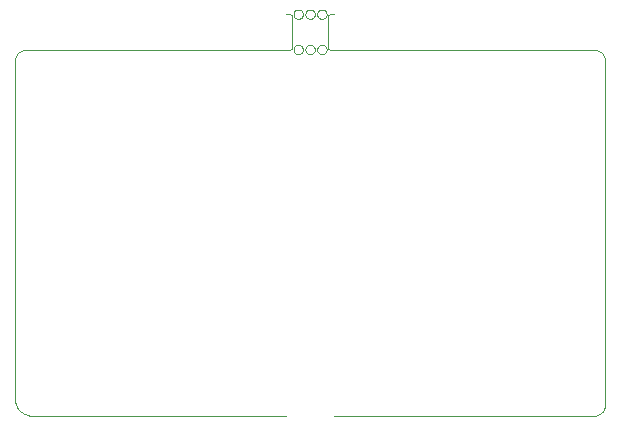
<source format=gm1>
G75*
G70*
%OFA0B0*%
%FSLAX24Y24*%
%IPPOS*%
%LPD*%
%AMOC8*
5,1,8,0,0,1.08239X$1,22.5*
%
%ADD10C,0.0000*%
D10*
X004225Y003191D02*
X004225Y014411D01*
X004227Y014450D01*
X004233Y014488D01*
X004242Y014525D01*
X004255Y014562D01*
X004272Y014597D01*
X004291Y014630D01*
X004314Y014661D01*
X004340Y014690D01*
X004369Y014716D01*
X004400Y014739D01*
X004433Y014758D01*
X004468Y014775D01*
X004505Y014788D01*
X004542Y014797D01*
X004580Y014803D01*
X004619Y014805D01*
X013280Y014805D01*
X013379Y014805D01*
X013396Y014806D01*
X013413Y014811D01*
X013428Y014818D01*
X013442Y014828D01*
X013454Y014840D01*
X013464Y014854D01*
X013471Y014869D01*
X013476Y014886D01*
X013477Y014903D01*
X013477Y015198D01*
X013477Y015887D01*
X013476Y015904D01*
X013471Y015921D01*
X013464Y015936D01*
X013454Y015950D01*
X013442Y015962D01*
X013428Y015972D01*
X013413Y015979D01*
X013396Y015984D01*
X013379Y015985D01*
X013379Y015986D02*
X013280Y015986D01*
X013517Y015986D02*
X013519Y016011D01*
X013525Y016035D01*
X013534Y016057D01*
X013547Y016078D01*
X013563Y016097D01*
X013582Y016113D01*
X013603Y016126D01*
X013625Y016135D01*
X013649Y016141D01*
X013674Y016143D01*
X013699Y016141D01*
X013723Y016135D01*
X013745Y016126D01*
X013766Y016113D01*
X013785Y016097D01*
X013801Y016078D01*
X013814Y016057D01*
X013823Y016035D01*
X013829Y016011D01*
X013831Y015986D01*
X013829Y015961D01*
X013823Y015937D01*
X013814Y015915D01*
X013801Y015894D01*
X013785Y015875D01*
X013766Y015859D01*
X013745Y015846D01*
X013723Y015837D01*
X013699Y015831D01*
X013674Y015829D01*
X013649Y015831D01*
X013625Y015837D01*
X013603Y015846D01*
X013582Y015859D01*
X013563Y015875D01*
X013547Y015894D01*
X013534Y015915D01*
X013525Y015937D01*
X013519Y015961D01*
X013517Y015986D01*
X013911Y015986D02*
X013913Y016011D01*
X013919Y016035D01*
X013928Y016057D01*
X013941Y016078D01*
X013957Y016097D01*
X013976Y016113D01*
X013997Y016126D01*
X014019Y016135D01*
X014043Y016141D01*
X014068Y016143D01*
X014093Y016141D01*
X014117Y016135D01*
X014139Y016126D01*
X014160Y016113D01*
X014179Y016097D01*
X014195Y016078D01*
X014208Y016057D01*
X014217Y016035D01*
X014223Y016011D01*
X014225Y015986D01*
X014223Y015961D01*
X014217Y015937D01*
X014208Y015915D01*
X014195Y015894D01*
X014179Y015875D01*
X014160Y015859D01*
X014139Y015846D01*
X014117Y015837D01*
X014093Y015831D01*
X014068Y015829D01*
X014043Y015831D01*
X014019Y015837D01*
X013997Y015846D01*
X013976Y015859D01*
X013957Y015875D01*
X013941Y015894D01*
X013928Y015915D01*
X013919Y015937D01*
X013913Y015961D01*
X013911Y015986D01*
X014304Y015986D02*
X014306Y016011D01*
X014312Y016035D01*
X014321Y016057D01*
X014334Y016078D01*
X014350Y016097D01*
X014369Y016113D01*
X014390Y016126D01*
X014412Y016135D01*
X014436Y016141D01*
X014461Y016143D01*
X014486Y016141D01*
X014510Y016135D01*
X014532Y016126D01*
X014553Y016113D01*
X014572Y016097D01*
X014588Y016078D01*
X014601Y016057D01*
X014610Y016035D01*
X014616Y016011D01*
X014618Y015986D01*
X014616Y015961D01*
X014610Y015937D01*
X014601Y015915D01*
X014588Y015894D01*
X014572Y015875D01*
X014553Y015859D01*
X014532Y015846D01*
X014510Y015837D01*
X014486Y015831D01*
X014461Y015829D01*
X014436Y015831D01*
X014412Y015837D01*
X014390Y015846D01*
X014369Y015859D01*
X014350Y015875D01*
X014334Y015894D01*
X014321Y015915D01*
X014312Y015937D01*
X014306Y015961D01*
X014304Y015986D01*
X014658Y015887D02*
X014658Y015198D01*
X014658Y014903D01*
X014659Y014886D01*
X014664Y014869D01*
X014671Y014854D01*
X014681Y014840D01*
X014693Y014828D01*
X014707Y014818D01*
X014722Y014811D01*
X014739Y014806D01*
X014756Y014805D01*
X014855Y014805D01*
X023516Y014805D01*
X023555Y014803D01*
X023593Y014797D01*
X023630Y014788D01*
X023667Y014775D01*
X023702Y014758D01*
X023735Y014739D01*
X023766Y014716D01*
X023795Y014690D01*
X023821Y014661D01*
X023844Y014630D01*
X023863Y014597D01*
X023880Y014562D01*
X023893Y014525D01*
X023902Y014488D01*
X023908Y014450D01*
X023910Y014411D01*
X023910Y002994D01*
X023908Y002955D01*
X023902Y002917D01*
X023893Y002880D01*
X023880Y002843D01*
X023863Y002808D01*
X023844Y002775D01*
X023821Y002744D01*
X023795Y002715D01*
X023766Y002689D01*
X023735Y002666D01*
X023702Y002647D01*
X023667Y002630D01*
X023630Y002617D01*
X023593Y002608D01*
X023555Y002602D01*
X023516Y002600D01*
X014855Y002600D01*
X013280Y002600D02*
X004816Y002600D01*
X004770Y002602D01*
X004724Y002607D01*
X004678Y002616D01*
X004633Y002629D01*
X004590Y002645D01*
X004548Y002664D01*
X004507Y002687D01*
X004469Y002713D01*
X004432Y002742D01*
X004398Y002773D01*
X004367Y002807D01*
X004338Y002844D01*
X004312Y002882D01*
X004289Y002923D01*
X004270Y002965D01*
X004254Y003008D01*
X004241Y003053D01*
X004232Y003099D01*
X004227Y003145D01*
X004225Y003191D01*
X013517Y014805D02*
X013519Y014830D01*
X013525Y014854D01*
X013534Y014876D01*
X013547Y014897D01*
X013563Y014916D01*
X013582Y014932D01*
X013603Y014945D01*
X013625Y014954D01*
X013649Y014960D01*
X013674Y014962D01*
X013699Y014960D01*
X013723Y014954D01*
X013745Y014945D01*
X013766Y014932D01*
X013785Y014916D01*
X013801Y014897D01*
X013814Y014876D01*
X013823Y014854D01*
X013829Y014830D01*
X013831Y014805D01*
X013829Y014780D01*
X013823Y014756D01*
X013814Y014734D01*
X013801Y014713D01*
X013785Y014694D01*
X013766Y014678D01*
X013745Y014665D01*
X013723Y014656D01*
X013699Y014650D01*
X013674Y014648D01*
X013649Y014650D01*
X013625Y014656D01*
X013603Y014665D01*
X013582Y014678D01*
X013563Y014694D01*
X013547Y014713D01*
X013534Y014734D01*
X013525Y014756D01*
X013519Y014780D01*
X013517Y014805D01*
X013911Y014805D02*
X013913Y014830D01*
X013919Y014854D01*
X013928Y014876D01*
X013941Y014897D01*
X013957Y014916D01*
X013976Y014932D01*
X013997Y014945D01*
X014019Y014954D01*
X014043Y014960D01*
X014068Y014962D01*
X014093Y014960D01*
X014117Y014954D01*
X014139Y014945D01*
X014160Y014932D01*
X014179Y014916D01*
X014195Y014897D01*
X014208Y014876D01*
X014217Y014854D01*
X014223Y014830D01*
X014225Y014805D01*
X014223Y014780D01*
X014217Y014756D01*
X014208Y014734D01*
X014195Y014713D01*
X014179Y014694D01*
X014160Y014678D01*
X014139Y014665D01*
X014117Y014656D01*
X014093Y014650D01*
X014068Y014648D01*
X014043Y014650D01*
X014019Y014656D01*
X013997Y014665D01*
X013976Y014678D01*
X013957Y014694D01*
X013941Y014713D01*
X013928Y014734D01*
X013919Y014756D01*
X013913Y014780D01*
X013911Y014805D01*
X014304Y014805D02*
X014306Y014830D01*
X014312Y014854D01*
X014321Y014876D01*
X014334Y014897D01*
X014350Y014916D01*
X014369Y014932D01*
X014390Y014945D01*
X014412Y014954D01*
X014436Y014960D01*
X014461Y014962D01*
X014486Y014960D01*
X014510Y014954D01*
X014532Y014945D01*
X014553Y014932D01*
X014572Y014916D01*
X014588Y014897D01*
X014601Y014876D01*
X014610Y014854D01*
X014616Y014830D01*
X014618Y014805D01*
X014616Y014780D01*
X014610Y014756D01*
X014601Y014734D01*
X014588Y014713D01*
X014572Y014694D01*
X014553Y014678D01*
X014532Y014665D01*
X014510Y014656D01*
X014486Y014650D01*
X014461Y014648D01*
X014436Y014650D01*
X014412Y014656D01*
X014390Y014665D01*
X014369Y014678D01*
X014350Y014694D01*
X014334Y014713D01*
X014321Y014734D01*
X014312Y014756D01*
X014306Y014780D01*
X014304Y014805D01*
X014658Y015887D02*
X014659Y015904D01*
X014664Y015921D01*
X014671Y015936D01*
X014681Y015950D01*
X014693Y015962D01*
X014707Y015972D01*
X014722Y015979D01*
X014739Y015984D01*
X014756Y015985D01*
X014756Y015986D02*
X014855Y015986D01*
M02*

</source>
